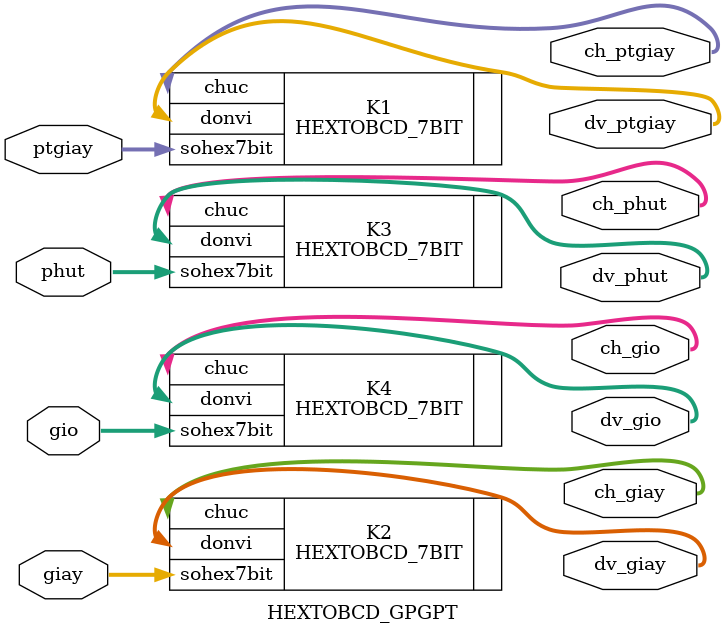
<source format=v>
`timescale 1ns / 1ps


module HEXTOBCD_GPGPT(
    input  [6:0] ptgiay, giay, phut, gio,
    output [3:0] dv_ptgiay, ch_ptgiay,
    output [3:0] dv_giay, ch_giay,
    output [3:0] dv_phut, ch_phut,
    output [3:0] dv_gio, ch_gio
    );

HEXTOBCD_7BIT K1 (
            .sohex7bit(ptgiay),
            .donvi(dv_ptgiay),
            .chuc(ch_ptgiay)
            );
    
HEXTOBCD_7BIT K2 (
            .sohex7bit(giay),
            .donvi(dv_giay),
            .chuc(ch_giay)
            );
            
HEXTOBCD_7BIT K3 (
            .sohex7bit(phut),
            .donvi(dv_phut),
            .chuc(ch_phut)
            );
            
HEXTOBCD_7BIT K4 (
            .sohex7bit(gio),
            .donvi(dv_gio),
            .chuc(ch_gio)
            );
endmodule

</source>
